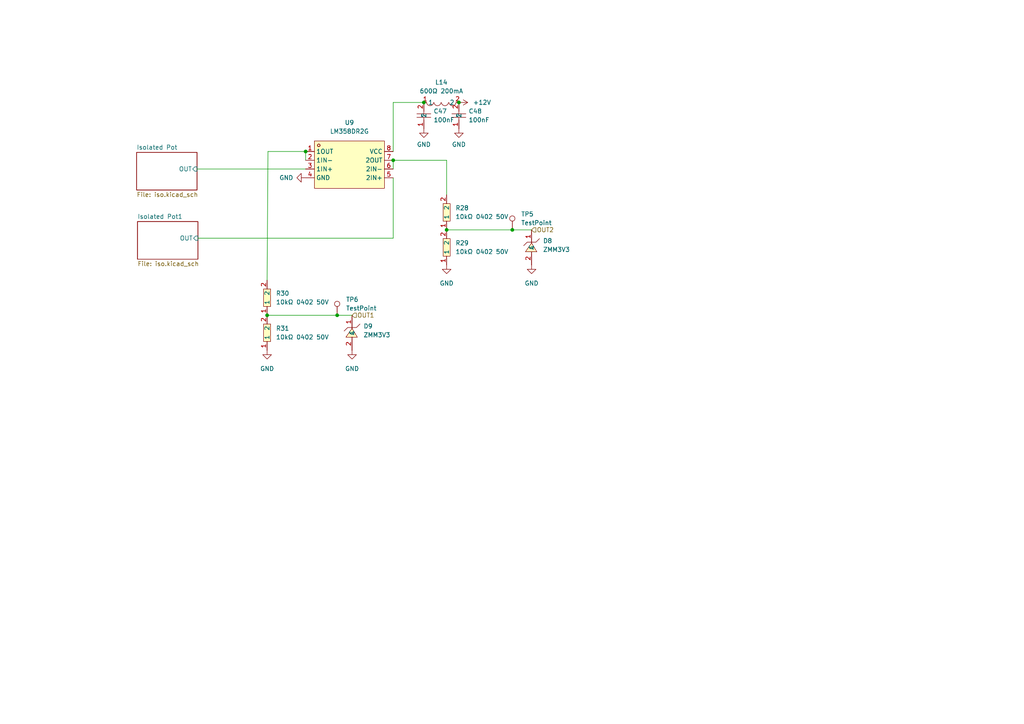
<source format=kicad_sch>
(kicad_sch (version 20211123) (generator eeschema)
  (paper "A4")
  (lib_symbols
    (symbol "Connector:TestPoint" (pin_numbers hide) (pin_names (offset 0.762) hide)
      (property "Reference" "TP" (at 0 6.858 0))
      (property "Value" "TestPoint" (at 0 5.08 0))
      (symbol "TestPoint_0_1"
        (circle (center 0 3.302) (radius 0.762))
      )
      (symbol "TestPoint_1_1"
        (pin passive line (at 0 0 90) (length 2.54) (name "1") (number "1"))
      )
    )
    (symbol "easyeda2kicad:10kΩ 0402 50V"
      (property "Reference" "R" (at 0 5.08 0))
      (property "Value" "10kΩ 0402 50V" (at 0 -5.08 0))
      (symbol "10kΩ 0402 50V_0_1"
        (rectangle (start -2.54 1.02) (end 2.54 -1.02) (fill (type background)))
        (pin input line (at -5.08 0 0) (length 2.54) (name "1") (number "1"))
        (pin input line (at 5.08 0 180) (length 2.54) (name "2") (number "2"))
      )
    )
    (symbol "easyeda2kicad:16V 100nF X7R ±10% 0402"
      (property "Reference" "C" (at 0 5.08 0))
      (property "Value" "16V 100nF X7R ±10% 0402" (at 0 -5.08 0))
      (symbol "16V 100nF X7R ±10% 0402_0_1"
        (polyline (pts (xy -1.27 0) (xy -0.51 0)))
        (polyline (pts (xy -0.51 2.03) (xy -0.51 -2.03)))
        (polyline (pts (xy 0.51 0) (xy 1.27 0)))
        (polyline (pts (xy 0.51 2.03) (xy 0.51 -2.03)))
        (pin input line (at -3.81 0 0) (length 2.54) (name "1") (number "1"))
        (pin input line (at 3.81 0 180) (length 2.54) (name "2") (number "2"))
      )
    )
    (symbol "easyeda2kicad:600Ω 200mA"
      (property "Reference" "L" (at 0 5.08 0))
      (property "Value" "600Ω 200mA" (at 0 -5.08 0))
      (symbol "600Ω 200mA_0_1"
        (arc (start -4.29 -0.02) (mid -2.52 -0.79) (end -2.27 -0.02))
        (arc (start -2.13 -0.02) (mid -0.36 -0.79) (end -0.11 -0.02))
        (arc (start 0.02 -0.02) (mid 1.79 -0.79) (end 2.04 -0.02))
        (arc (start 2.21 -0.02) (mid 3.3 -1.12) (end 4.23 -0.02))
        (pin unspecified line (at -5.08 0 0) (length 0.762) (name "1") (number "1"))
        (pin unspecified line (at 5.08 0 180) (length 0.762) (name "2") (number "2"))
      )
    )
    (symbol "easyeda2kicad:LM358DR2G"
      (property "Reference" "U" (at 0 8.89 0))
      (property "Value" "LM358DR2G" (at 0 -8.89 0))
      (symbol "LM358DR2G_0_1"
        (rectangle (start -10.16 6.86) (end 10.16 -6.86) (fill (type background)))
        (circle (center -8.89 5.59) (radius 0.38))
        (circle (center -8.89 5.59) (radius 0.38))
        (pin unspecified line (at -12.7 3.81 0) (length 2.54) (name "1OUT") (number "1"))
        (pin unspecified line (at -12.7 1.27 0) (length 2.54) (name "1IN-") (number "2"))
        (pin unspecified line (at -12.7 -1.27 0) (length 2.54) (name "1IN+") (number "3"))
        (pin unspecified line (at -12.7 -3.81 0) (length 2.54) (name "GND") (number "4"))
        (pin unspecified line (at 12.7 -3.81 180) (length 2.54) (name "2IN+") (number "5"))
        (pin unspecified line (at 12.7 -1.27 180) (length 2.54) (name "2IN-") (number "6"))
        (pin unspecified line (at 12.7 1.27 180) (length 2.54) (name "2OUT") (number "7"))
        (pin unspecified line (at 12.7 3.81 180) (length 2.54) (name "VCC") (number "8"))
      )
    )
    (symbol "easyeda2kicad:ZMM3V3"
      (property "Reference" "D" (at 0 5.08 0))
      (property "Value" "ZMM3V3" (at 0 -5.08 0))
      (symbol "ZMM3V3_0_1"
        (polyline (pts (xy -2.54 2.29) (xy -1.52 1.27) (xy -1.52 -1.27) (xy -0.51 -2.29)))
        (polyline (pts (xy 1.27 1.52) (xy -1.27 0) (xy 1.27 -1.78) (xy 1.27 1.52)) (fill (type background)))
        (pin unspecified line (at -5.08 0 0) (length 3.81) (name "C") (number "1"))
        (pin unspecified line (at 5.08 0 180) (length 3.81) (name "A") (number "2"))
      )
    )
    (symbol "power:+12V" (power) (pin_names (offset 0))
      (property "Value" "+12V" (at 0 3.556 0))
      (symbol "+12V_0_1"
        (polyline (pts (xy -0.762 1.27) (xy 0 2.54)))
        (polyline (pts (xy 0 0) (xy 0 2.54)))
        (polyline (pts (xy 0 2.54) (xy 0.762 1.27)))
      )
      (symbol "+12V_1_1"
        (pin power_in line (at 0 0 90) (length 0) hide (name "+12V") (number "1"))
      )
    )
    (symbol "power:GND" (power) (pin_names (offset 0))
      (property "Value" "GND" (at 0 -3.81 0))
      (symbol "GND_0_1"
        (polyline (pts (xy 0 0) (xy 0 -1.27) (xy 1.27 -1.27) (xy 0 -2.54) (xy -1.27 -1.27) (xy 0 -1.27)))
      )
      (symbol "GND_1_1"
        (pin power_in line (at 0 0 270) (length 0) hide (name "GND") (number "1"))
      )
    )
  )
  (junction (at 148.59 66.675))
  (junction (at 88.646 43.942))
  (junction (at 77.47 91.44))
  (junction (at 129.54 66.675))
  (junction (at 122.936 29.718))
  (junction (at 114.046 46.482))
  (junction (at 133.096 29.718))
  (junction (at 97.79 91.44))
  (wire (pts (xy 114.046 69.088) (xy 57.404 69.088)))
  (wire (pts (xy 114.046 43.942) (xy 114.046 29.718)))
  (wire (pts (xy 77.724 43.942) (xy 88.646 43.942)))
  (wire (pts (xy 114.046 46.482) (xy 114.046 49.022)))
  (wire (pts (xy 129.54 46.482) (xy 114.046 46.482)))
  (wire (pts (xy 114.046 51.562) (xy 114.046 69.088)))
  (wire (pts (xy 129.54 56.515) (xy 129.54 46.482)))
  (wire (pts (xy 88.646 43.942) (xy 88.646 46.482)))
  (wire (pts (xy 114.046 29.718) (xy 122.936 29.718)))
  (wire (pts (xy 97.79 91.44) (xy 102.108 91.44)))
  (wire (pts (xy 77.47 91.44) (xy 97.79 91.44)))
  (wire (pts (xy 129.54 66.675) (xy 148.59 66.675)))
  (wire (pts (xy 77.47 81.28) (xy 77.724 43.942)))
  (wire (pts (xy 57.15 49.022) (xy 88.646 49.022)))
  (wire (pts (xy 148.59 66.675) (xy 154.178 66.675)))
  (hierarchical_label "OUT2" (shape input) (at 154.178 66.675 0))
  (hierarchical_label "OUT1" (shape input) (at 102.108 91.44 0))
  (symbol (lib_id "easyeda2kicad:10kΩ 0402 50V") (at 129.54 71.755 90) (unit 1)
    (property "Reference" "R29" (at 132.08 70.4849 90) (effects (justify right)))
    (property "Value" "10kΩ 0402 50V" (at 132.08 73.0249 90) (effects (justify right)))
    (property "Footprint" "easyeda2kicad:R0402" (effects hide))
    (property "Datasheet" "https://lcsc.com/product-detail/Chip-Resistor-Surface-Mount-UniOhm_10KR-1002-1_C25744.html" (effects hide))
    (property "Manufacturer" "UNI-ROYAL(厚声)" (effects hide))
    (property "LCSC Part" "C25744" (effects hide))
    (property "JLC Part" "Basic Part" (effects hide))
  )
  (symbol (lib_id "easyeda2kicad:10kΩ 0402 50V") (at 129.54 61.595 90) (unit 1)
    (property "Reference" "R28" (at 132.08 60.3249 90) (effects (justify right)))
    (property "Value" "10kΩ 0402 50V" (at 132.08 62.8649 90) (effects (justify right)))
    (property "Footprint" "easyeda2kicad:R0402" (effects hide))
    (property "Datasheet" "https://lcsc.com/product-detail/Chip-Resistor-Surface-Mount-UniOhm_10KR-1002-1_C25744.html" (effects hide))
    (property "Manufacturer" "UNI-ROYAL(厚声)" (effects hide))
    (property "LCSC Part" "C25744" (effects hide))
    (property "JLC Part" "Basic Part" (effects hide))
  )
  (symbol (lib_id "power:GND") (at 154.178 76.835 0) (unit 1)
    (property "Reference" "#PWR0195" (effects hide))
    (property "Value" "GND" (at 154.178 82.169 0))
  )
  (symbol (lib_id "power:GND") (at 102.108 101.6 0) (unit 1)
    (property "Reference" "#PWR0201" (effects hide))
    (property "Value" "GND" (at 102.108 106.934 0))
  )
  (symbol (lib_id "easyeda2kicad:10kΩ 0402 50V") (at 77.47 86.36 90) (unit 1)
    (property "Reference" "R30" (at 80.01 85.0899 90) (effects (justify right)))
    (property "Value" "10kΩ 0402 50V" (at 80.01 87.6299 90) (effects (justify right)))
    (property "Footprint" "easyeda2kicad:R0402" (effects hide))
    (property "Datasheet" "https://lcsc.com/product-detail/Chip-Resistor-Surface-Mount-UniOhm_10KR-1002-1_C25744.html" (effects hide))
    (property "Manufacturer" "UNI-ROYAL(厚声)" (effects hide))
    (property "LCSC Part" "C25744" (effects hide))
    (property "JLC Part" "Basic Part" (effects hide))
  )
  (symbol (lib_id "power:GND") (at 129.54 76.835 0) (unit 1)
    (property "Reference" "#PWR0196" (effects hide))
    (property "Value" "GND" (at 129.54 82.169 0))
  )
  (symbol (lib_id "Connector:TestPoint") (at 148.59 66.675 0) (unit 1)
    (property "Reference" "TP5" (at 151.13 62.1029 0) (effects (justify left)))
    (property "Value" "TestPoint" (at 151.13 64.6429 0) (effects (justify left)))
    (property "Footprint" "TestPoint:TestPoint_Loop_D2.50mm_Drill1.0mm_LowProfile" (effects hide))
  )
  (symbol (lib_id "easyeda2kicad:16V 100nF X7R ±10% 0402") (at 133.096 33.528 90) (unit 1)
    (property "Reference" "C48" (at 135.89 32.2579 90) (effects (justify right)))
    (property "Value" "100nF" (at 135.89 34.7979 90) (effects (justify right)))
    (property "Footprint" "easyeda2kicad:C0402_NEW" (effects hide))
    (property "Datasheet" "https://lcsc.com/product-detail/Multilayer-Ceramic-Capacitors-MLCC-SMD-SMT_SAMSUNG_CL05B104KO5NNNC_100nF-104-10-16V_C1525.html" (effects hide))
    (property "Manufacturer" "SAMSUNG(三星)" (effects hide))
    (property "LCSC Part" "C1525" (effects hide))
    (property "JLC Part" "Basic Part" (effects hide))
  )
  (symbol (lib_id "power:GND") (at 88.646 51.562 270) (unit 1)
    (property "Reference" "#PWR0202" (effects hide))
    (property "Value" "GND" (at 85.09 51.5619 90) (effects (justify right)))
  )
  (symbol (lib_id "easyeda2kicad:16V 100nF X7R ±10% 0402") (at 122.936 33.528 90) (unit 1)
    (property "Reference" "C47" (at 125.73 32.2579 90) (effects (justify right)))
    (property "Value" "100nF" (at 125.73 34.7979 90) (effects (justify right)))
    (property "Footprint" "easyeda2kicad:C0402_NEW" (effects hide))
    (property "Datasheet" "https://lcsc.com/product-detail/Multilayer-Ceramic-Capacitors-MLCC-SMD-SMT_SAMSUNG_CL05B104KO5NNNC_100nF-104-10-16V_C1525.html" (effects hide))
    (property "Manufacturer" "SAMSUNG(三星)" (effects hide))
    (property "LCSC Part" "C1525" (effects hide))
    (property "JLC Part" "Basic Part" (effects hide))
  )
  (symbol (lib_id "easyeda2kicad:600Ω 200mA") (at 128.016 29.718 0) (unit 1)
    (property "Reference" "L14" (at 128.016 23.876 0))
    (property "Value" "600Ω 200mA" (at 128.016 26.416 0))
    (property "Footprint" "easyeda2kicad:L0603" (effects hide))
    (property "Datasheet" "https://lcsc.com/product-detail/Ferrite-Beads-And-Chips_600R-25-100MHz_C1002.html" (effects hide))
    (property "Manufacturer" "Sunlord(顺络)" (effects hide))
    (property "LCSC Part" "C1002" (effects hide))
    (property "JLC Part" "Basic Part" (effects hide))
  )
  (symbol (lib_id "Connector:TestPoint") (at 97.79 91.44 0) (unit 1)
    (property "Reference" "TP6" (at 100.33 86.8679 0) (effects (justify left)))
    (property "Value" "TestPoint" (at 100.33 89.4079 0) (effects (justify left)))
    (property "Footprint" "TestPoint:TestPoint_Loop_D2.50mm_Drill1.0mm_LowProfile" (effects hide))
  )
  (symbol (lib_id "easyeda2kicad:ZMM3V3") (at 102.108 96.52 270) (unit 1)
    (property "Reference" "D9" (at 105.41 94.6149 90) (effects (justify left)))
    (property "Value" "ZMM3V3" (at 105.41 97.1549 90) (effects (justify left)))
    (property "Footprint" "easyeda2kicad:LL-34_L3.5-W1.5-RD" (effects hide))
    (property "Datasheet" "https://lcsc.com/product-detail/Zener-Diodes_ZMM3V3_C8056.html" (effects hide))
    (property "Manufacturer" "ST(先科)" (effects hide))
    (property "LCSC Part" "C8056" (effects hide))
    (property "JLC Part" "Basic Part" (effects hide))
  )
  (symbol (lib_id "easyeda2kicad:10kΩ 0402 50V") (at 77.47 96.52 90) (unit 1)
    (property "Reference" "R31" (at 80.01 95.2499 90) (effects (justify right)))
    (property "Value" "10kΩ 0402 50V" (at 80.01 97.7899 90) (effects (justify right)))
    (property "Footprint" "easyeda2kicad:R0402" (effects hide))
    (property "Datasheet" "https://lcsc.com/product-detail/Chip-Resistor-Surface-Mount-UniOhm_10KR-1002-1_C25744.html" (effects hide))
    (property "Manufacturer" "UNI-ROYAL(厚声)" (effects hide))
    (property "LCSC Part" "C25744" (effects hide))
    (property "JLC Part" "Basic Part" (effects hide))
  )
  (symbol (lib_id "power:+12V") (at 133.096 29.718 270) (unit 1)
    (property "Reference" "#PWR0199" (effects hide))
    (property "Value" "+12V" (at 137.16 29.7179 90) (effects (justify left)))
  )
  (symbol (lib_id "power:GND") (at 77.47 101.6 0) (unit 1)
    (property "Reference" "#PWR0200" (effects hide))
    (property "Value" "GND" (at 77.47 106.934 0))
  )
  (symbol (lib_id "easyeda2kicad:ZMM3V3") (at 154.178 71.755 270) (unit 1)
    (property "Reference" "D8" (at 157.48 69.8499 90) (effects (justify left)))
    (property "Value" "ZMM3V3" (at 157.48 72.3899 90) (effects (justify left)))
    (property "Footprint" "easyeda2kicad:LL-34_L3.5-W1.5-RD" (effects hide))
    (property "Datasheet" "https://lcsc.com/product-detail/Zener-Diodes_ZMM3V3_C8056.html" (effects hide))
    (property "Manufacturer" "ST(先科)" (effects hide))
    (property "LCSC Part" "C8056" (effects hide))
    (property "JLC Part" "Basic Part" (effects hide))
  )
  (symbol (lib_id "power:GND") (at 122.936 37.338 0) (unit 1)
    (property "Reference" "#PWR0197" (effects hide))
    (property "Value" "GND" (at 122.936 41.91 0))
  )
  (symbol (lib_id "easyeda2kicad:LM358DR2G") (at 101.346 47.752 0) (unit 1)
    (property "Reference" "U9" (at 101.346 35.56 0))
    (property "Value" "LM358DR2G" (at 101.346 38.1 0))
    (property "Footprint" "easyeda2kicad:SOIC-8_L5.0-W4.0-P1.27-LS6.0-BL" (effects hide))
    (property "Datasheet" "https://lcsc.com/product-detail/General-Purpose-Amplifiers_ON_LM358DR2G_LM358DR2G_C7950.html" (effects hide))
    (property "Manufacturer" "onsemi(安森美)" (effects hide))
    (property "LCSC Part" "C7950" (effects hide))
    (property "JLC Part" "Basic Part" (effects hide))
  )
  (symbol (lib_id "power:GND") (at 133.096 37.338 0) (unit 1)
    (property "Reference" "#PWR0198" (effects hide))
    (property "Value" "GND" (at 133.096 41.91 0))
  )
  (sheet (at 39.878 64.262) (size 17.526 10.922) (stroke (width 0.1524))
    (property "Sheet name" "Isolated Pot1" (at 39.878 63.5504 0) (effects (justify left bottom)))
    (property "Sheet file" "iso.kicad_sch" (at 39.878 75.7686 0) (effects (justify left top)))
    (pin "OUT" input (at 57.404 69.088 0))
  )
  (sheet (at 39.624 44.196) (size 17.526 10.922) (stroke (width 0.1524))
    (property "Sheet name" "Isolated Pot" (at 39.624 43.4844 0) (effects (justify left bottom)))
    (property "Sheet file" "iso.kicad_sch" (at 39.624 55.7026 0) (effects (justify left top)))
    (pin "OUT" input (at 57.15 49.022 0))
  )
)
</source>
